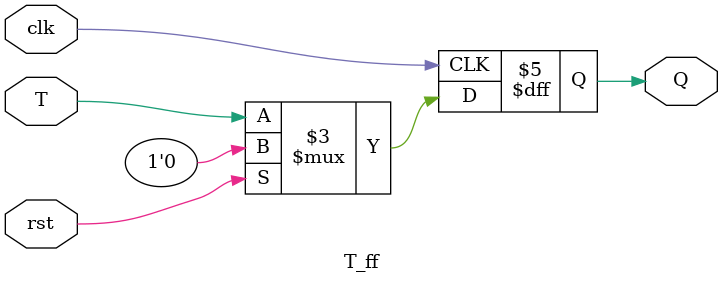
<source format=v>
`timescale 1ns / 1ps
module syn_3_cou( 
input clk, 
output  [2:0]Q 
    );
    reg [2:0]T;
    reg rst;
    wire [2:0]Q1;
        
   
    
    // uing the always block as assignment operator is used
    always @(negedge clk) begin
    rst <= 1'b0;
    T[0] <= 1'b1; 
   
    T[1] <= Q1[0];
    T[2] <= Q1[0] & Q1[1];
    
    if(Q1 == 3'b111) begin
    rst <= 1'b1;
    end
    end

// generating 3 ff
    genvar i;
    generate 
    for(i = 0; i<=2; i = i+1) begin
    T_ff ff(.T(T[i]), .clk(clk), .rst(rst), .Q(Q1[i]));
    end
    endgenerate    
    
    assign Q = Q1;
endmodule

module T_ff(input T, clk, rst,
output reg Q);
always @(negedge clk) begin
if(rst)
Q <= 0;
else 
Q <= T;
end
endmodule

</source>
